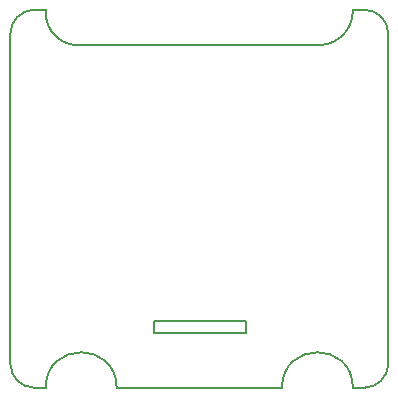
<source format=gbr>
G04 DipTrace 3.2.0.1*
G04 BoardOutline.gbr*
%MOIN*%
G04 #@! TF.FileFunction,Profile*
G04 #@! TF.Part,Single*
%ADD11C,0.005512*%
%FSLAX26Y26*%
G04*
G70*
G90*
G75*
G01*
G04 BoardOutline*
%LPD*%
X-629921Y551181D2*
D11*
G02X-551181Y629921I80709J-1969D01*
G01*
X-511811D1*
G03X-381374Y513646I108293J-9818D01*
G01*
X380072Y513106D1*
G03X511811Y629921I17601J112843D01*
G01*
X551181D1*
G02X629921Y551181I-1969J-80709D01*
G01*
Y-551181D1*
G02X551181Y-629921I-80709J1969D01*
G01*
X511811D1*
G03X275591Y-629921I-118110J0D01*
G01*
X-275591D1*
G03X-511811Y-629921I-118110J0D01*
G01*
X-551181D1*
G02X-629921Y-551181I1969J80709D01*
G01*
Y551181D1*
X-152470Y-407816D2*
X154617D1*
Y-447186D1*
X-152470D1*
Y-407816D1*
M02*

</source>
